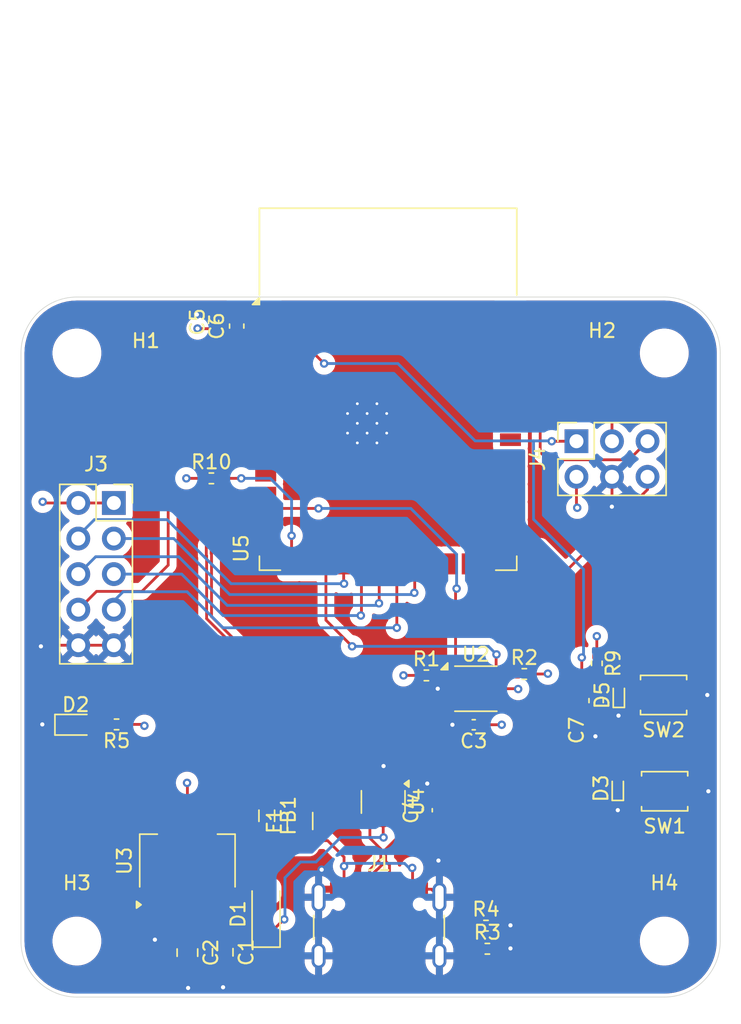
<source format=kicad_pcb>
(kicad_pcb (version 20241229) (generator "pcbnew") (generator_version "9.0")
  (layers (0 "F.Cu" signal) (4 "In1.Cu" power) (6 "In2.Cu" power) (2 "B.Cu" signal) (13 "F.Paste" user) (15 "B.Paste" user) (5 "F.SilkS" user "F.Silkscreen") (7 "B.SilkS" user "B.Silkscreen") (1 "F.Mask" user) (3 "B.Mask" user) (25 "Edge.Cuts" user))
  (net 0 "")
  (net 1 "+5V")
  (net 2 "GND")
  (net 3 "+3.3V")
  (net 4 "/EN")
  (net 5 "Net-(D1-A)")
  (net 6 "Net-(D2-A)")
  (net 7 "/IO0")
  (net 8 "Net-(F1-Pad2)")
  (net 9 "Net-(F1-Pad1)")
  (net 10 "Net-(J1-CC2)")
  (net 11 "/D-")
  (net 12 "/D+")
  (net 15 "Net-(J1-CC1)")
  (net 16 "/reset")
  (net 17 "/mosi")
  (net 18 "/cs")
  (net 19 "/miso")
  (net 20 "/irq")
  (net 21 "/clk")
  (net 22 "/TX")
  (net 23 "/RX")
  (net 24 "/sda")
  (net 25 "/scl")
  (net 26 "Net-(U5-IO3)")
  (net 30 "/USB_D+")
  (net 31 "/USB_D-")
  (footprint "Capacitor_SMD:C_0402_1005Metric" (layer "F.Cu") (at 144.05 107.655 90)
    (property "Reference" "C4" (at 0 -1.16 90) (layer "F.SilkS"))
    (property "Value" "100n")
    (pad "1" smd roundrect (at -0.48 0 90) (size 0.56 0.62) (layers "F.Cu" "F.Mask" "F.Paste") (net 1 "+5V"))
    (pad "2" smd roundrect (at 0.48 0 90) (size 0.56 0.62) (layers "F.Cu" "F.Mask" "F.Paste") (net 2 "GND"))
  )
  (footprint "MountingHole:MountingHole_3.2mm_M3" (layer "F.Cu") (at 119 75)
    (property "Reference" "H1" (at 4.925 -0.875 0) (layer "F.SilkS"))
    (property "Value" "MountingHole")
    (pad "" np_thru_hole circle (at 0 0) (size 3.2 3.2) (drill 3.2) (layers "*.Cu" "*.Mask"))
  )
  (footprint "Fuse:Fuse_1206_3216Metric" (layer "F.Cu") (at 134.95 108.425 90)
    (property "Reference" "F1" (at 0 -1.83 90) (layer "F.SilkS"))
    (property "Value" "Polyfuse")
    (pad "1" smd roundrect (at -1.4 0 90) (size 1.25 1.75) (layers "F.Cu" "F.Mask" "F.Paste") (roundrect_rratio 0.2) (net 9 "Net-(F1-Pad1)"))
    (pad "2" smd roundrect (at 1.4 0 90) (size 1.25 1.75) (layers "F.Cu" "F.Mask" "F.Paste") (roundrect_rratio 0.2) (net 8 "Net-(F1-Pad2)"))
  )
  (footprint "Inductor_SMD:L_0805_2012Metric" (layer "F.Cu") (at 132.575 108.05 -90)
    (property "Reference" "FB1" (at 0 -1.55 90) (layer "F.SilkS"))
    (property "Value" "FerriteBead")
    (pad "1" smd roundrect (at -1.0625 0 270) (size 0.875 1.2) (layers "F.Cu" "F.Mask" "F.Paste") (net 8 "Net-(F1-Pad2)"))
    (pad "2" smd roundrect (at 1.0625 0 270) (size 0.875 1.2) (layers "F.Cu" "F.Mask" "F.Paste") (net 5 "Net-(D1-A)"))
  )
  (footprint "LED_SMD:LED_0603_1608Metric" (layer "F.Cu") (at 118.9125 101.55)
    (property "Reference" "D2" (at 0 -1.43 0) (layer "F.SilkS"))
    (property "Value" "LED")
    (pad "1" smd roundrect (at -0.7875 0) (size 0.875 0.95) (layers "F.Cu" "F.Mask" "F.Paste") (net 2 "GND"))
    (pad "2" smd roundrect (at 0.7875 0) (size 0.875 0.95) (layers "F.Cu" "F.Mask" "F.Paste") (net 6 "Net-(D2-A)"))
  )
  (footprint "Resistor_SMD:R_0402_1005Metric" (layer "F.Cu") (at 128.615 83.95)
    (property "Reference" "R10" (at 0 -1.17 0) (layer "F.SilkS"))
    (property "Value" "10k")
    (pad "1" smd roundrect (at -0.51 0) (size 0.54 0.64) (layers "F.Cu" "F.Mask" "F.Paste") (net 3 "+3.3V"))
    (pad "2" smd roundrect (at 0.51 0) (size 0.54 0.64) (layers "F.Cu" "F.Mask" "F.Paste") (net 26 "Net-(U5-IO3)"))
  )
  (footprint "Capacitor_SMD:C_0805_2012Metric" (layer "F.Cu") (at 129.425 117.8 -90)
    (property "Reference" "C1" (at 0 -1.68 90) (layer "F.SilkS"))
    (property "Value" "22uF")
    (pad "1" smd roundrect (at -0.95 0 270) (size 1 1.45) (layers "F.Cu" "F.Mask" "F.Paste") (net 1 "+5V"))
    (pad "2" smd roundrect (at 0.95 0 270) (size 1 1.45) (layers "F.Cu" "F.Mask" "F.Paste") (net 2 "GND"))
  )
  (footprint "Connector_USB:USB_C_Receptacle_GCT_USB4105-xx-A_16P_TopMnt_Horizontal" (layer "F.Cu") (at 140.6 116.975)
    (property "Reference" "J1" (at 0 -5.5 0) (layer "F.SilkS"))
    (property "Value" "USB_C")
    (pad "" np_thru_hole circle (at -2.89 -2.605) (size 0.65 0.65) (drill 0.65) (layers "F&B.Cu" "*.Mask"))
    (pad "" np_thru_hole circle (at 2.89 -2.605) (size 0.65 0.65) (drill 0.65) (layers "F&B.Cu" "*.Mask"))
    (pad "A1" smd roundrect (at -3.2 -3.68) (size 0.6 1.15) (layers "F.Cu" "F.Mask" "F.Paste") (net 2 "GND"))
    (pad "A4" smd roundrect (at -2.4 -3.68) (size 0.6 1.15) (layers "F.Cu" "F.Mask" "F.Paste") (net 9 "Net-(F1-Pad1)"))
    (pad "A5" smd roundrect (at -1.25 -3.68) (size 0.3 1.15) (layers "F.Cu" "F.Mask" "F.Paste") (net 15 "Net-(J1-CC1)"))
    (pad "A6" smd roundrect (at -0.25 -3.68) (size 0.3 1.15) (layers "F.Cu" "F.Mask" "F.Paste") (net 12 "/D+"))
    (pad "A7" smd roundrect (at 0.25 -3.68) (size 0.3 1.15) (layers "F.Cu" "F.Mask" "F.Paste") (net 11 "/D-"))
    (pad "A8" smd roundrect (at 1.25 -3.68) (size 0.3 1.15) (layers "F.Cu" "F.Mask" "F.Paste"))
    (pad "A9" smd roundrect (at 2.4 -3.68) (size 0.6 1.15) (layers "F.Cu" "F.Mask" "F.Paste") (net 9 "Net-(F1-Pad1)"))
    (pad "A12" smd roundrect (at 3.2 -3.68) (size 0.6 1.15) (layers "F.Cu" "F.Mask" "F.Paste") (net 2 "GND"))
    (pad "B1" smd roundrect (at 3.2 -3.68) (size 0.6 1.15) (layers "F.Cu" "F.Mask" "F.Paste") (net 2 "GND"))
    (pad "B4" smd roundrect (at 2.4 -3.68) (size 0.6 1.15) (layers "F.Cu" "F.Mask" "F.Paste") (net 9 "Net-(F1-Pad1)"))
    (pad "B5" smd roundrect (at 1.75 -3.68) (size 0.3 1.15) (layers "F.Cu" "F.Mask" "F.Paste") (net 10 "Net-(J1-CC2)"))
    (pad "B6" smd roundrect (at 0.75 -3.68) (size 0.3 1.15) (layers "F.Cu" "F.Mask" "F.Paste") (net 12 "/D+"))
    (pad "B7" smd roundrect (at -0.75 -3.68) (size 0.3 1.15) (layers "F.Cu" "F.Mask" "F.Paste") (net 11 "/D-"))
    (pad "B8" smd roundrect (at -1.75 -3.68) (size 0.3 1.15) (layers "F.Cu" "F.Mask" "F.Paste"))
    (pad "B9" smd roundrect (at -2.4 -3.68) (size 0.6 1.15) (layers "F.Cu" "F.Mask" "F.Paste") (net 9 "Net-(F1-Pad1)"))
    (pad "B12" smd roundrect (at -3.2 -3.68) (size 0.6 1.15) (layers "F.Cu" "F.Mask" "F.Paste") (net 2 "GND"))
    (pad "S1" thru_hole oval (at -4.32 -3.105) (size 1 2.1) (drill oval 0.6 1.7) (property pad_prop_heatsink) (layers "*.Cu" "*.Mask" "F.Paste") (net 2 "GND"))
    (pad "S1" thru_hole oval (at -4.32 1.075) (size 1 1.8) (drill oval 0.6 1.4) (property pad_prop_heatsink) (layers "*.Cu" "*.Mask" "F.Paste") (net 2 "GND"))
    (pad "S1" thru_hole oval (at 4.32 -3.105) (size 1 2.1) (drill oval 0.6 1.7) (property pad_prop_heatsink) (layers "*.Cu" "*.Mask" "F.Paste") (net 2 "GND"))
    (pad "S1" thru_hole oval (at 4.32 1.075) (size 1 1.8) (drill oval 0.6 1.4) (property pad_prop_heatsink) (layers "*.Cu" "*.Mask" "F.Paste") (net 2 "GND"))
  )
  (footprint "Resistor_SMD:R_0402_1005Metric" (layer "F.Cu") (at 156.175 97.165 -90)
    (property "Reference" "R9" (at 0 -1.17 90) (layer "F.SilkS"))
    (property "Value" "10k")
    (pad "1" smd roundrect (at -0.51 0 270) (size 0.54 0.64) (layers "F.Cu" "F.Mask" "F.Paste") (net 3 "+3.3V"))
    (pad "2" smd roundrect (at 0.51 0 270) (size 0.54 0.64) (layers "F.Cu" "F.Mask" "F.Paste") (net 4 "/EN"))
  )
  (footprint "Diode_SMD:D_SOD-123" (layer "F.Cu") (at 132.525 115.075 90)
    (property "Reference" "D1" (at 0 -2 90) (layer "F.SilkS"))
    (property "Value" "1N5817")
    (pad "1" smd roundrect (at -1.65 0 90) (size 0.9 1.2) (layers "F.Cu" "F.Mask" "F.Paste") (net 1 "+5V"))
    (pad "2" smd roundrect (at 1.65 0 90) (size 0.9 1.2) (layers "F.Cu" "F.Mask" "F.Paste") (net 5 "Net-(D1-A)"))
  )
  (footprint "Resistor_SMD:R_0402_1005Metric" (layer "F.Cu") (at 148.35 117.55)
    (property "Reference" "R3" (at 0 -1.17 0) (layer "F.SilkS"))
    (property "Value" "5.1k")
    (pad "1" smd roundrect (at -0.51 0) (size 0.54 0.64) (layers "F.Cu" "F.Mask" "F.Paste") (net 15 "Net-(J1-CC1)"))
    (pad "2" smd roundrect (at 0.51 0) (size 0.54 0.64) (layers "F.Cu" "F.Mask" "F.Paste") (net 2 "GND"))
  )
  (footprint "Capacitor_SMD:C_0603_1608Metric" (layer "F.Cu") (at 156.125 99.825 -90)
    (property "Reference" "C7" (at 2.125 1.4 90) (layer "F.SilkS"))
    (property "Value" "1u")
    (pad "1" smd roundrect (at -0.775 0 270) (size 0.9 0.95) (layers "F.Cu" "F.Mask" "F.Paste") (net 4 "/EN"))
    (pad "2" smd roundrect (at 0.775 0 270) (size 0.9 0.95) (layers "F.Cu" "F.Mask" "F.Paste") (net 2 "GND"))
  )
  (footprint "MountingHole:MountingHole_3.2mm_M3" (layer "F.Cu") (at 161 117)
    (property "Reference" "H4" (at 0 -4.15 0) (layer "F.SilkS"))
    (property "Value" "MountingHole")
    (pad "" np_thru_hole circle (at 0 0) (size 3.2 3.2) (drill 3.2) (layers "*.Cu" "*.Mask"))
  )
  (footprint "Button_Switch_SMD:SW_SPST_B3U-1000P" (layer "F.Cu") (at 160.95 99.425 180)
    (property "Reference" "SW2" (at 0 -2.5 0) (layer "F.SilkS"))
    (property "Value" "reset")
    (pad "1" smd rect (at -1.7 0 180) (size 0.9 1.7) (layers "F.Cu" "F.Mask" "F.Paste") (net 2 "GND"))
    (pad "2" smd rect (at 1.7 0 180) (size 0.9 1.7) (layers "F.Cu" "F.Mask" "F.Paste") (net 4 "/EN"))
  )
  (footprint "MountingHole:MountingHole_3.2mm_M3" (layer "F.Cu") (at 161 75)
    (property "Reference" "H2" (at -4.45 -1.6 0) (layer "F.SilkS"))
    (property "Value" "MountingHole")
    (pad "" np_thru_hole circle (at 0 0) (size 3.2 3.2) (drill 3.2) (layers "*.Cu" "*.Mask"))
  )
  (footprint "Resistor_SMD:R_0402_1005Metric" (layer "F.Cu") (at 143.99 98.025)
    (property "Reference" "R1" (at 0 -1.17 0) (layer "F.SilkS"))
    (property "Value" "2.2k")
    (pad "1" smd roundrect (at -0.51 0) (size 0.54 0.64) (layers "F.Cu" "F.Mask" "F.Paste") (net 3 "+3.3V"))
    (pad "2" smd roundrect (at 0.51 0) (size 0.54 0.64) (layers "F.Cu" "F.Mask" "F.Paste") (net 24 "/sda"))
  )
  (footprint "Capacitor_SMD:C_0402_1005Metric" (layer "F.Cu") (at 128.775 72.78 90)
    (property "Reference" "C5" (at 0 -1.16 90) (layer "F.SilkS"))
    (property "Value" "100n")
    (pad "1" smd roundrect (at -0.48 0 90) (size 0.56 0.62) (layers "F.Cu" "F.Mask" "F.Paste") (net 3 "+3.3V"))
    (pad "2" smd roundrect (at 0.48 0 90) (size 0.56 0.62) (layers "F.Cu" "F.Mask" "F.Paste") (net 2 "GND"))
  )
  (footprint "Package_DFN_QFN:DFN-6-1EP_3x3mm_P1mm_EP1.5x2.4mm" (layer "F.Cu") (at 147.525 98.975)
    (property "Reference" "U2" (at 0 -2.45 0) (layer "F.SilkS"))
    (property "Value" "H&T sensor")
    (pad "1" smd roundrect (at -1.45 -1) (size 0.8 0.4) (layers "F.Cu" "F.Mask" "F.Paste") (net 24 "/sda"))
    (pad "2" smd roundrect (at -1.45 0) (size 0.8 0.4) (layers "F.Cu" "F.Mask" "F.Paste") (net 2 "GND"))
    (pad "3" smd roundrect (at -1.45 1) (size 0.8 0.4) (layers "F.Cu" "F.Mask" "F.Paste"))
    (pad "4" smd roundrect (at 1.45 1) (size 0.8 0.4) (layers "F.Cu" "F.Mask" "F.Paste"))
    (pad "5" smd roundrect (at 1.45 0) (size 0.8 0.4) (layers "F.Cu" "F.Mask" "F.Paste") (net 3 "+3.3V"))
    (pad "6" smd roundrect (at 1.45 -1) (size 0.8 0.4) (layers "F.Cu" "F.Mask" "F.Paste") (net 25 "/scl"))
    (pad "7" smd rect (at 0 0) (size 1.5 2.4) (property pad_prop_heatsink) (layers "F.Cu" "F.Mask"))
  )
  (footprint "Resistor_SMD:R_0402_1005Metric" (layer "F.Cu") (at 150.99 97.925)
    (property "Reference" "R2" (at 0 -1.17 0) (layer "F.SilkS"))
    (property "Value" "2.2k")
    (pad "1" smd roundrect (at -0.51 0) (size 0.54 0.64) (layers "F.Cu" "F.Mask" "F.Paste") (net 25 "/scl"))
    (pad "2" smd roundrect (at 0.51 0) (size 0.54 0.64) (layers "F.Cu" "F.Mask" "F.Paste") (net 3 "+3.3V"))
  )
  (footprint "Capacitor_SMD:C_0603_1608Metric" (layer "F.Cu") (at 130.425 73.075 90)
    (property "Reference" "C6" (at 0 -1.43 90) (layer "F.SilkS"))
    (property "Value" "10u")
    (pad "1" smd roundrect (at -0.775 0 90) (size 0.9 0.95) (layers "F.Cu" "F.Mask" "F.Paste") (net 3 "+3.3V"))
    (pad "2" smd roundrect (at 0.775 0 90) (size 0.9 0.95) (layers "F.Cu" "F.Mask" "F.Paste") (net 2 "GND"))
  )
  (footprint "Package_TO_SOT_SMD:SOT-223-3_TabPin2" (layer "F.Cu") (at 126.9 111.275 90)
    (property "Reference" "U3" (at 0 -4.5 90) (layer "F.SilkS"))
    (property "Value" "LDO")
    (pad "1" smd roundrect (at -3.15 -2.3 90) (size 2 1.5) (layers "F.Cu" "F.Mask" "F.Paste") (net 2 "GND"))
    (pad "2" smd roundrect (at -3.15 0 90) (size 2 1.5) (layers "F.Cu" "F.Mask" "F.Paste") (net 3 "+3.3V"))
    (pad "2" smd roundrect (at 3.15 0 90) (size 2 3.8) (layers "F.Cu" "F.Mask" "F.Paste") (net 3 "+3.3V"))
    (pad "3" smd roundrect (at -3.15 2.3 90) (size 2 1.5) (layers "F.Cu" "F.Mask" "F.Paste") (net 1 "+5V"))
  )
  (footprint "Capacitor_SMD:C_0402_1005Metric" (layer "F.Cu") (at 147.375 101.55 180)
    (property "Reference" "C3" (at 0 -1.16 0) (layer "F.SilkS"))
    (property "Value" "100n")
    (pad "1" smd roundrect (at -0.48 0 180) (size 0.56 0.62) (layers "F.Cu" "F.Mask" "F.Paste") (net 3 "+3.3V"))
    (pad "2" smd roundrect (at 0.48 0 180) (size 0.56 0.62) (layers "F.Cu" "F.Mask" "F.Paste") (net 2 "GND"))
  )
  (footprint "Connector_PinSocket_2.54mm:PinSocket_2x03_P2.54mm_Vertical" (layer "F.Cu") (at 154.72 81.3 90)
    (property "Reference" "J4" (at -1.27 -2.77 90) (layer "F.SilkS"))
    (property "Value" "uart conn")
    (pad "1" thru_hole rect (at 0 0 90) (size 1.7 1.7) (drill 1) (layers "*.Cu" "*.Mask") (net 4 "/EN"))
    (pad "2" thru_hole circle (at -2.54 0 90) (size 1.7 1.7) (drill 1) (layers "*.Cu" "*.Mask") (net 3 "+3.3V"))
    (pad "3" thru_hole circle (at 0 2.54 90) (size 1.7 1.7) (drill 1) (layers "*.Cu" "*.Mask") (net 22 "/TX"))
    (pad "4" thru_hole circle (at -2.54 2.54 90) (size 1.7 1.7) (drill 1) (layers "*.Cu" "*.Mask") (net 2 "GND"))
    (pad "5" thru_hole circle (at 0 5.08 90) (size 1.7 1.7) (drill 1) (layers "*.Cu" "*.Mask") (net 23 "/RX"))
    (pad "6" thru_hole circle (at -2.54 5.08 90) (size 1.7 1.7) (drill 1) (layers "*.Cu" "*.Mask") (net 7 "/IO0"))
  )
  (footprint "Package_TO_SOT_SMD:SOT-23-6" (layer "F.Cu") (at 140.9 107.0625 -90)
    (property "Reference" "U4" (at 0 -2.4 90) (layer "F.SilkS"))
    (property "Value" "USBLC6-2SC6")
    (pad "1" smd roundrect (at -1.1375 -0.95 270) (size 1.325 0.6) (layers "F.Cu" "F.Mask" "F.Paste") (net 30 "/USB_D+"))
    (pad "2" smd roundrect (at -1.1375 0 270) (size 1.325 0.6) (layers "F.Cu" "F.Mask" "F.Paste") (net 2 "GND"))
    (pad "3" smd roundrect (at -1.1375 0.95 270) (size 1.325 0.6) (layers "F.Cu" "F.Mask" "F.Paste") (net 31 "/USB_D-"))
    (pad "4" smd roundrect (at 1.1375 0.95 270) (size 1.325 0.6) (layers "F.Cu" "F.Mask" "F.Paste") (net 11 "/D-"))
    (pad "5" smd roundrect (at 1.1375 0 270) (size 1.325 0.6) (layers "F.Cu" "F.Mask" "F.Paste") (net 1 "+5V"))
    (pad "6" smd roundrect (at 1.1375 -0.95 270) (size 1.325 0.6) (layers "F.Cu" "F.Mask" "F.Paste") (net 12 "/D+"))
  )
  (footprint "Button_Switch_SMD:SW_SPST_B3U-1000P" (layer "F.Cu") (at 161.025 106.3 180)
    (property "Reference" "SW1" (at 0 -2.5 0) (layer "F.SilkS"))
    (property "Value" "boot")
    (pad "1" smd rect (at -1.7 0 180) (size 0.9 1.7) (layers "F.Cu" "F.Mask" "F.Paste") (net 2 "GND"))
    (pad "2" smd rect (at 1.7 0 180) (size 0.9 1.7) (layers "F.Cu" "F.Mask" "F.Paste") (net 7 "/IO0"))
  )
  (footprint "Diode_SMD:D_SOD-923" (layer "F.Cu") (at 157.675 106.095 90)
    (property "Reference" "D3" (at 0 -1.2 90) (layer "F.SilkS"))
    (property "Value" "ESD3.3")
    (pad "1" smd roundrect (at -0.42 0 270) (size 0.36 0.25) (layers "F.Cu" "F.Mask" "F.Paste") (net 2 "GND"))
    (pad "2" smd roundrect (at 0.42 0 270) (size 0.36 0.25) (layers "F.Cu" "F.Mask" "F.Paste") (net 7 "/IO0"))
  )
  (footprint "Connector_PinSocket_2.54mm:PinSocket_2x05_P2.54mm_Vertical" (layer "F.Cu") (at 121.64 85.71)
    (property "Reference" "J3" (at -1.27 -2.77 0) (layer "F.SilkS"))
    (property "Value" "spi conn")
    (pad "1" thru_hole rect (at 0 0) (size 1.7 1.7) (drill 1) (layers "*.Cu" "*.Mask") (net 3 "+3.3V"))
    (pad "2" thru_hole circle (at -2.54 0) (size 1.7 1.7) (drill 1) (layers "*.Cu" "*.Mask") (net 3 "+3.3V"))
    (pad "3" thru_hole circle (at 0 2.54) (size 1.7 1.7) (drill 1) (layers "*.Cu" "*.Mask") (net 16 "/reset"))
    (pad "4" thru_hole circle (at -2.54 2.54) (size 1.7 1.7) (drill 1) (layers "*.Cu" "*.Mask") (net 18 "/cs"))
    (pad "5" thru_hole circle (at 0 5.08) (size 1.7 1.7) (drill 1) (layers "*.Cu" "*.Mask") (net 17 "/mosi"))
    (pad "6" thru_hole circle (at -2.54 5.08) (size 1.7 1.7) (drill 1) (layers "*.Cu" "*.Mask") (net 21 "/clk"))
    (pad "7" thru_hole circle (at 0 7.62) (size 1.7 1.7) (drill 1) (layers "*.Cu" "*.Mask") (net 19 "/miso"))
    (pad "8" thru_hole circle (at -2.54 7.62) (size 1.7 1.7) (drill 1) (layers "*.Cu" "*.Mask") (net 20 "/irq"))
    (pad "9" thru_hole circle (at 0 10.16) (size 1.7 1.7) (drill 1) (layers "*.Cu" "*.Mask") (net 2 "GND"))
    (pad "10" thru_hole circle (at -2.54 10.16) (size 1.7 1.7) (drill 1) (layers "*.Cu" "*.Mask") (net 2 "GND"))
  )
  (footprint "Diode_SMD:D_SOD-923" (layer "F.Cu") (at 157.75 99.4525 90)
    (property "Reference" "D5" (at 0 -1.2 90) (layer "F.SilkS"))
    (property "Value" "ESD3.3")
    (pad "1" smd roundrect (at -0.42 0 270) (size 0.36 0.25) (layers "F.Cu" "F.Mask" "F.Paste") (net 2 "GND"))
    (pad "2" smd roundrect (at 0.42 0 270) (size 0.36 0.25) (layers "F.Cu" "F.Mask" "F.Paste") (net 4 "/EN"))
  )
  (footprint "Capacitor_SMD:C_0805_2012Metric" (layer "F.Cu") (at 126.9 117.825 -90)
    (property "Reference" "C2" (at 0 -1.68 90) (layer "F.SilkS"))
    (property "Value" "22uF")
    (pad "1" smd roundrect (at -0.95 0 270) (size 1 1.45) (layers "F.Cu" "F.Mask" "F.Paste") (net 3 "+3.3V"))
    (pad "2" smd roundrect (at 0.95 0 270) (size 1 1.45) (layers "F.Cu" "F.Mask" "F.Paste") (net 2 "GND"))
  )
  (footprint "MountingHole:MountingHole_3.2mm_M3" (layer "F.Cu") (at 119 117)
    (property "Reference" "H3" (at 0 -4.15 0) (layer "F.SilkS"))
    (property "Value" "MountingHole")
    (pad "" np_thru_hole circle (at 0 0) (size 3.2 3.2) (drill 3.2) (layers "*.Cu" "*.Mask"))
  )
  (footprint "RF_Module:ESP32-S3-WROOM-1" (layer "F.Cu") (at 141.25 77.56)
    (property "Reference" "U5" (at -10.5 11.4 90) (layer "F.SilkS"))
    (property "Value" "esp")
    (pad "1" smd rect (at -8.75 -5.26) (size 1.5 0.9) (layers "F.Cu" "F.Mask" "F.Paste") (net 2 "GND"))
    (pad "2" smd rect (at -8.75 -3.99) (size 1.5 0.9) (layers "F.Cu" "F.Mask" "F.Paste") (net 3 "+3.3V"))
    (pad "3" smd rect (at -8.75 -2.72) (size 1.5 0.9) (layers "F.Cu" "F.Mask" "F.Paste") (net 4 "/EN"))
    (pad "4" smd rect (at -8.75 -1.45) (size 1.5 0.9) (layers "F.Cu" "F.Mask" "F.Paste"))
    (pad "5" smd rect (at -8.75 -0.18) (size 1.5 0.9) (layers "F.Cu" "F.Mask" "F.Paste"))
    (pad "6" smd rect (at -8.75 1.09) (size 1.5 0.9) (layers "F.Cu" "F.Mask" "F.Paste"))
    (pad "7" smd rect (at -8.75 2.36) (size 1.5 0.9) (layers "F.Cu" "F.Mask" "F.Paste"))
    (pad "8" smd rect (at -8.75 3.63) (size 1.5 0.9) (layers "F.Cu" "F.Mask" "F.Paste") (net 20 "/irq"))
    (pad "9" smd rect (at -8.75 4.9) (size 1.5 0.9) (layers "F.Cu" "F.Mask" "F.Paste"))
    (pad "10" smd rect (at -8.75 6.17) (size 1.5 0.9) (layers "F.Cu" "F.Mask" "F.Paste"))
    (pad "11" smd rect (at -8.75 7.44) (size 1.5 0.9) (layers "F.Cu" "F.Mask" "F.Paste"))
    (pad "12" smd rect (at -8.75 8.71) (size 1.5 0.9) (layers "F.Cu" "F.Mask" "F.Paste") (net 24 "/sda"))
    (pad "13" smd rect (at -8.75 9.98) (size 1.5 0.9) (layers "F.Cu" "F.Mask" "F.Paste") (net 31 "/USB_D-"))
    (pad "14" smd rect (at -8.75 11.25 180) (size 1.5 0.9) (layers "F.Cu" "F.Mask" "F.Paste") (net 30 "/USB_D+"))
    (pad "15" smd rect (at -6.985 12.5 270) (size 1.5 0.9) (layers "F.Cu" "F.Mask" "F.Paste") (net 26 "Net-(U5-IO3)"))
    (pad "16" smd rect (at -5.715 12.5 270) (size 1.5 0.9) (layers "F.Cu" "F.Mask" "F.Paste"))
    (pad "17" smd rect (at -4.445 12.5 270) (size 1.5 0.9) (layers "F.Cu" "F.Mask" "F.Paste") (net 25 "/scl"))
    (pad "18" smd rect (at -3.175 12.5 270) (size 1.5 0.9) (layers "F.Cu" "F.Mask" "F.Paste") (net 18 "/cs"))
    (pad "19" smd rect (at -1.905 12.5 270) (size 1.5 0.9) (layers "F.Cu" "F.Mask" "F.Paste") (net 17 "/mosi"))
    (pad "20" smd rect (at -0.635 12.5 270) (size 1.5 0.9) (layers "F.Cu" "F.Mask" "F.Paste") (net 21 "/clk"))
    (pad "21" smd rect (at 0.635 12.5 270) (size 1.5 0.9) (layers "F.Cu" "F.Mask" "F.Paste") (net 19 "/miso"))
    (pad "22" smd rect (at 1.905 12.5 270) (size 1.5 0.9) (layers "F.Cu" "F.Mask" "F.Paste") (net 16 "/reset"))
    (pad "23" smd rect (at 3.175 12.5 270) (size 1.5 0.9) (layers "F.Cu" "F.Mask" "F.Paste"))
    (pad "24" smd rect (at 4.445 12.5 270) (size 1.5 0.9) (layers "F.Cu" "F.Mask" "F.Paste"))
    (pad "25" smd rect (at 5.715 12.5 270) (size 1.5 0.9) (layers "F.Cu" "F.Mask" "F.Paste"))
    (pad "26" smd rect (at 6.985 12.5 270) (size 1.5 0.9) (layers "F.Cu" "F.Mask" "F.Paste"))
    (pad "27" smd rect (at 8.75 11.25) (size 1.5 0.9) (layers "F.Cu" "F.Mask" "F.Paste") (net 7 "/IO0"))
    (pad "28" smd rect (at 8.75 9.98) (size 1.5 0.9) (layers "F.Cu" "F.Mask" "F.Paste"))
    (pad "29" smd rect (at 8.75 8.71) (size 1.5 0.9) (layers "F.Cu" "F.Mask" "F.Paste"))
    (pad "30" smd rect (at 8.75 7.44) (size 1.5 0.9) (layers "F.Cu" "F.Mask" "F.Paste"))
    (pad "31" smd rect (at 8.75 6.17) (size 1.5 0.9) (layers "F.Cu" "F.Mask" "F.Paste"))
    (pad "32" smd rect (at 8.75 4.9) (size 1.5 0.9) (layers "F.Cu" "F.Mask" "F.Paste"))
    (pad "33" smd rect (at 8.75 3.63) (size 1.5 0.9) (layers "F.Cu" "F.Mask" "F.Paste"))
    (pad "34" smd rect (at 8.75 2.36) (size 1.5 0.9) (layers "F.Cu" "F.Mask" "F.Paste"))
    (pad "35" smd rect (at 8.75 1.09) (size 1.5 0.9) (layers "F.Cu" "F.Mask" "F.Paste"))
    (pad "36" smd rect (at 8.75 -0.18) (size 1.5 0.9) (layers "F.Cu" "F.Mask" "F.Paste") (net 23 "/RX"))
    (pad "37" smd rect (at 8.75 -1.45) (size 1.5 0.9) (layers "F.Cu" "F.Mask" "F.Paste") (net 22 "/TX"))
    (pad "38" smd rect (at 8.75 -2.72) (size 1.5 0.9) (layers "F.Cu" "F.Mask" "F.Paste"))
    (pad "39" smd rect (at 8.75 -3.99) (size 1.5 0.9) (layers "F.Cu" "F.Mask" "F.Paste"))
    (pad "40" smd rect (at 8.75 -5.26) (size 1.5 0.9) (layers "F.Cu" "F.Mask" "F.Paste") (net 2 "GND"))
    (pad "41" thru_hole circle (at -2.9 1.76 90) (size 0.6 0.6) (drill 0.2) (property pad_prop_heatsink) (layers "*.Cu" "F.Mask") (net 2 "GND"))
    (pad "41" thru_hole circle (at -2.9 3.16) (size 0.6 0.6) (drill 0.2) (property pad_prop_heatsink) (layers "*.Cu" "F.Mask") (net 2 "GND"))
    (pad "41" thru_hole circle (at -2.2 1.06) (size 0.6 0.6) (drill 0.2) (property pad_prop_heatsink) (layers "*.Cu" "F.Mask") (net 2 "GND"))
    (pad "41" thru_hole circle (at -2.2 2.46) (size 0.6 0.6) (drill 0.2) (property pad_prop_heatsink) (layers "*.Cu" "F.Mask") (net 2 "GND"))
    (pad "41" thru_hole circle (at -2.2 3.86) (size 0.6 0.6) (drill 0.2) (property pad_prop_heatsink) (layers "*.Cu" "F.Mask") (net 2 "GND"))
    (pad "41" thru_hole circle (at -1.5 1.76) (size 0.6 0.6) (drill 0.2) (property pad_prop_heatsink) (layers "*.Cu" "F.Mask") (net 2 "GND"))
    (pad "41" smd rect (at -1.5 2.46 270) (size 3.9 3.9) (property pad_prop_heatsink) (layers "F.Cu" "F.Mask") (net 2 "GND"))
    (pad "41" thru_hole circle (at -1.5 3.16) (size 0.6 0.6) (drill 0.2) (property pad_prop_heatsink) (layers "*.Cu" "F.Mask") (net 2 "GND"))
    (pad "41" thru_hole circle (at -0.8 1.06) (size 0.6 0.6) (drill 0.2) (property pad_prop_heatsink) (layers "*.Cu" "F.Mask") (net 2 "GND"))
    (pad "41" thru_hole circle (at -0.8 2.46) (size 0.6 0.6) (drill 0.2) (property pad_prop_heatsink) (layers "*.Cu" "F.Mask") (net 2 "GND"))
    (pad "41" thru_hole circle (at -0.8 3.86) (size 0.6 0.6) (drill 0.2) (property pad_prop_heatsink) (layers "*.Cu" "F.Mask") (net 2 "GND"))
    (pad "41" thru_hole circle (at -0.1 1.76) (size 0.6 0.6) (drill 0.2) (property pad_prop_heatsink) (layers "*.Cu" "F.Mask") (net 2 "GND"))
    (pad "41" thru_hole circle (at -0.1 3.16) (size 0.6 0.6) (drill 0.2) (property pad_prop_heatsink) (layers "*.Cu" "F.Mask") (net 2 "GND"))
    (zone (net 0) (net_name "") (layers "F.Cu" "B.Cu" "In1.Cu" "In2.Cu") (connect_pads (clearance 0)) (min_thickness 0.254)
      (keepout (tracks not_allowed) (vias not_allowed) (pads not_allowed) (copperpour not_allowed) (footprints not_allowed))
      (fill (thermal_gap 0.508) (thermal_bridge_width 0.508))
      (polygon (pts (xy 117.25 70.81) (xy 165.25 70.81) (xy 165.25 49.81) (xy 117.25 49.81)))
    )
  )
  (footprint "Resistor_SMD:R_0402_1005Metric" (layer "F.Cu") (at 121.835 101.525 180)
    (property "Reference" "R5" (at 0 -1.17 0) (layer "F.SilkS"))
    (property "Value" "1k")
    (pad "1" smd roundrect (at -0.51 0 180) (size 0.54 0.64) (layers "F.Cu" "F.Mask" "F.Paste") (net 3 "+3.3V"))
    (pad "2" smd roundrect (at 0.51 0 180) (size 0.54 0.64) (layers "F.Cu" "F.Mask" "F.Paste") (net 6 "Net-(D2-A)"))
  )
  (footprint "Resistor_SMD:R_0402_1005Metric" (layer "F.Cu") (at 148.25 115.9)
    (property "Reference" "R4" (at 0 -1.17 0) (layer "F.SilkS"))
    (property "Value" "5.1k")
    (pad "1" smd roundrect (at -0.51 0) (size 0.54 0.64) (layers "F.Cu" "F.Mask" "F.Paste") (net 10 "Net-(J1-CC2)"))
    (pad "2" smd roundrect (at 0.51 0) (size 0.54 0.64) (layers "F.Cu" "F.Mask" "F.Paste") (net 2 "GND"))
  )
  (gr_line (start 119 71) (end 161 71) (stroke (width 0.05)) (layer "Edge.Cuts"))
  (gr_arc (start 161 71) (mid 163.828427 72.171573) (end 165 75) (stroke (width 0.05)) (layer "Edge.Cuts"))
  (gr_arc (start 165 117) (mid 163.828427 119.828427) (end 161 121) (stroke (width 0.05)) (layer "Edge.Cuts"))
  (gr_line (start 115 117) (end 115 75) (stroke (width 0.05)) (layer "Edge.Cuts"))
  (gr_arc (start 119 121) (mid 116.171573 119.828427) (end 115 117) (stroke (width 0.05)) (layer "Edge.Cuts"))
  (gr_arc (start 115 75) (mid 116.171573 72.171573) (end 119 71) (stroke (width 0.05)) (layer "Edge.Cuts"))
  (gr_line (start 165 75) (end 165 117) (stroke (width 0.05)) (layer "Edge.Cuts"))
  (gr_line (start 161 121) (end 119 121) (stroke (width 0.05)) (layer "Edge.Cuts"))
  (segment (start 129.425 116.85) (end 132.4 116.85) (width 0.2) (layer "F.Cu") (net 1))
  (segment (start 140.9 107.475) (end 140.9 108.2) (width 0.2) (layer "F.Cu") (net 1))
  (segment (start 129.2 116.625) (end 129.425 116.85) (width 0.2) (layer "F.Cu") (net 1))
  (segment (start 140.9 108.2) (end 140.9 109.575) (width 0.2) (layer "F.Cu") (net 1))
  (segment (start 144.05 108.135) (end 143.76 108.135) (width 0.2) (layer "F.Cu") (net 1))
  (segment (start 133.8 115.45) (end 132.525 116.725) (width 0.2) (layer "F.Cu") (net 1))
  (segment (start 140.9 109.575) (end 140.925 109.6) (width 0.2) (layer "F.Cu") (net 1))
  (segment (start 143.76 108.135) (end 142.8 107.175) (width 0.2) (layer "F.Cu") (net 1))
  (segment (start 132.4 116.85) (end 132.525 116.725) (width 0.2) (layer "F.Cu") (net 1))
  (segment (start 142.8 107.175) (end 141.2 107.175) (width 0.2) (layer "F.Cu") (net 1))
  (segment (start 133.825 115.45) (end 133.8 115.45) (width 0.2) (layer "F.Cu") (net 1))
  (segment (start 141.2 107.175) (end 140.9 107.475) (width 0.2) (layer "F.Cu") (net 1))
  (segment (start 129.2 114.425) (end 129.2 116.625) (width 0.2) (layer "F.Cu") (net 1))
  (via (at 133.825 115.45) (size 0.6) (drill 0.3) (layers "F.Cu" "B.Cu") (net 1))
  (via (at 140.925 109.6) (size 0.6) (drill 0.3) (layers "F.Cu" "B.Cu") (net 1))
  (segment (start 136.1 111.35) (end 135 111.35) (width 0.2) (layer "B.Cu") (net 1))
  (segment (start 140.925 109.6) (end 137.85 109.6) (width 0.2) (layer "B.Cu") (net 1))
  (segment (start 137.85 109.6) (end 136.1 111.35) (width 0.2) (layer "B.Cu") (net 1))
  (segment (start 133.875 115.4) (end 133.825 115.45) (width 0.2) (layer "B.Cu") (net 1))
  (segment (start 135 111.35) (end 133.875 112.475) (width 0.2) (layer "B.Cu") (net 1))
  (segment (start 133.875 112.475) (end 133.875 115.4) (width 0.2) (layer "B.Cu") (net 1))
  (segment (start 124.6 114.425) (end 124.575 114.45) (width 0.2) (layer "F.Cu") (net 2))
  (segment (start 148.86 117.55) (end 149.975 117.55) (width 0.2) (layer "F.Cu") (net 2))
  (segment (start 157.675 106.515) (end 157.675 107.65) (width 0.2) (layer "F.Cu") (net 2))
  (segment (start 162.65 99.425) (end 164.075 99.425) (width 0.2) (layer "F.Cu") (net 2))
  (segment (start 121.64 95.87) (end 119.1 95.87) (width 0.2) (layer "F.Cu") (net 2))
  (segment (start 129.425 118.75) (end 129.425 120.275) (width 0.2) (layer "F.Cu") (net 2))
  (segment (start 157.75 100.875) (end 157.725 100.9) (width 0.2) (layer "F.Cu") (net 2))
  (segment (start 126.9 118.775) (end 126.9 120.3) (width 0.2) (layer "F.Cu") (net 2))
  (segment (start 140.9 104.525) (end 140.925 104.5) (width 0.2) (layer "F.Cu") (net 2))
  (segment (start 137.4 112.8) (end 136.5 111.9) (width 0.2) (layer "F.Cu") (net 2))
  (segment (start 162.725 106.3) (end 164.15 106.3) (width 0.2) (layer "F.Cu") (net 2))
  (segment (start 148.76 115.9) (end 149.975 115.9) (width 0.2) (layer "F.Cu") (net 2))
  (segment (start 143.8 113.295) (end 144.345 113.295) (width 0.2) (layer "F.Cu") (net 2))
  (segment (start 129.425 120.275) (end 129.45 120.3) (width 0.2) (layer "F.Cu") (net 2))
  (segment (start 140.9 105.925) (end 140.9 104.525) (width 0.2) (layer "F.Cu") (net 2))
  (segment (start 157.75 99.8725) (end 157.75 100.875) (width 0.2) (layer "F.Cu") (net 2))
  (segment (start 146.895 101.55) (end 145.85 101.55) (width 0.2) (layer "F.Cu") (net 2))
  (segment (start 143.8 112.3) (end 144.85 111.25) (width 0.2) (layer "F.Cu") (net 2))
  (segment (start 137.4 113.295) (end 137.4 112.8) (width 0.2) (layer "F.Cu") (net 2))
  (segment (start 144.345 113.295) (end 144.92 113.87) (width 0.2) (layer "F.Cu") (net 2))
  (segment (start 146.075 98.975) (end 144.8 98.975) (width 0.2) (layer "F.Cu") (net 2))
  (segment (start 156.125 102.325) (end 156.075 102.375) (width 0.2) (layer "F.Cu") (net 2))
  (segment (start 156.125 100.6) (end 156.125 102.325) (width 0.2) (layer "F.Cu") (net 2))
  (segment (start 127.625 72.3) (end 127.575 72.25) (width 0.2) (layer "F.Cu") (net 2))
  (segment (start 116.55 101.55) (end 116.525 101.525) (width 0.2) (layer "F.Cu") (net 2))
  (segment (start 130.425 72.3) (end 128.775 72.3) (width 0.2) (layer "F.Cu") (net 2))
  (segment (start 124.575 114.45) (end 124.575 116.9) (width 0.2) (layer "F.Cu") (net 2))
  (segment (start 149.975 117.55) (end 150 117.525) (width 0.2) (layer "F.Cu") (net 2))
  (segment (start 137.4 113.295) (end 136.855 113.295) (width 0.2) (layer "F.Cu") (net 2))
  (segment (start 144.05 107.175) (end 144.05 105.75) (width 0.2) (layer "F.Cu") (net 2))
  (segment (start 119.1 95.87) (end 116.505 95.87) (width 0.2) (layer "F.Cu") (net 2))
  (segment (start 126.9 120.3) (end 126.95 120.35) (width 0.2) (layer "F.Cu") (net 2))
  (segment (start 149.975 115.9) (end 150 115.875) (width 0.2) (layer "F.Cu") (net 2))
  (segment (start 157.26 83.84) (end 157.26 85.965) (width 0.2) (layer "F.Cu") (net 2))
  (segment (start 143.8 113.295) (end 143.8 112.3) (width 0.2) (layer "F.Cu") (net 2))
  (segment (start 116.505 95.87) (end 116.425 95.95) (width 0.2) (layer "F.Cu") (net 2))
  (segment (start 128.775 72.3) (end 127.625 72.3) (width 0.2) (layer "F.Cu") (net 2))
  (segment (start 157.26 85.965) (end 157.25 85.975) (width 0.2) (layer "F.Cu") (net 2))
  (segment (start 136.855 113.295) (end 136.28 113.87) (width 0.2) (layer "F.Cu") (net 2))
  (segment (start 132.5 72.3) (end 130.425 72.3) (width 0.2) (layer "F.Cu") (net 2))
  (segment (start 118.125 101.55) (end 116.55 101.55) (width 0.2) (layer "F.Cu") (net 2))
  (via (at 126.95 120.35) (size 0.6) (drill 0.3) (layers "F.Cu" "B.Cu") (net 2))
  (via (at 157.675 107.65) (size 0.6) (drill 0.3) (layers "F.Cu" "B.Cu") (net 2))
  (via (at 116.525 101.525) (size 0.6) (drill 0.3) (layers "F.Cu" "B.Cu") (net 2))
  (via (at 116.425 95.95) (size 0.6) (drill 0.3) (layers "F.Cu" "B.Cu") (net 2))
  (via (at 164.075 99.425) (size 0.6) (drill 0.3) (layers "F.Cu" "B.Cu") (net 2))
  (via (at 156.075 102.375) (size 0.6) (drill 0.3) (layers "F.Cu" "B.Cu") (net 2))
  (via (at 129.45 120.3) (size 0.6) (drill 0.3) (layers "F.Cu" "B.Cu") (net 2))
  (via (at 136.5 111.9) (size 0.6) (drill 0.3) (layers "F.Cu" "B.Cu") (net 2))
  (via (at 144.8 98.975) (size 0.6) (drill 0.3) (layers "F.Cu" "B.Cu") (net 2))
  (via (at 157.25 85.975) (size 0.6) (drill 0.3) (layers "F.Cu" "B.Cu") (net 2))
  (via (at 144.85 111.25) (size 0.6) (drill 0.3) (layers "F.Cu" "B.Cu") (net 2))
  (via (at 145.85 101.55) (size 0.6) (drill 0.3) (layers "F.Cu" "B.Cu") (net 2))
  (via (at 157.725 100.9) (size 0.6) (drill 0.3) (layers "F.Cu" "B.Cu") (net 2))
  (via (at 150 115.875) (size 0.6) (drill 0.3) (layers "F.Cu" "B.Cu") (net 2))
  (via (at 144.05 105.75) (size 0.6) (drill 0.3) (layers "F.Cu" "B.Cu") (net 2))
  (via (at 164.15 106.3) (size 0.6) (drill 0.3) (layers "F.Cu" "B.Cu") (net 2))
  (via (at 140.925 104.5) (size 0.6) (drill 0.3) (layers "F.Cu" "B.Cu") (net 2))
  (via (at 127.575 72.25) (size 0.6) (drill 0.3) (layers "F.Cu" "B.Cu") (net 2))
  (via (at 150 117.525) (size 0.6) (drill 0.3) (layers "F.Cu" "B.Cu") (net 2))
  (via (at 124.575 116.9) (size 0.6) (drill 0.3) (layers "F.Cu" "B.Cu") (net 2))
  (segment (start 119.1 85.71) (end 116.635 85.71) (width 0.2) (layer "F.Cu") (net 3))
  (segment (start 150.525 98.975) (end 150.55 99) (width 0.2) (layer "F.Cu") (net 3))
  (segment (start 126.9 105.725) (end 126.875 105.7) (width 0.2) (layer "F.Cu") (net 3))
  (segment (start 148.975 98.975) (end 150.525 98.975) (width 0.2) (layer "F.Cu") (net 3))
  (segment (start 126.9 108.125) (end 126.9 114.425) (width 0.2) (layer "F.Cu") (net 3))
  (segment (start 127.635 73.26) (end 127.625 73.25) (width 0.2) (layer "F.Cu") (net 3))
  (segment (start 121.64 85.71) (end 119.1 85.71) (width 0.2) (layer "F.Cu") (net 3))
  (segment (start 123.725 101.525) (end 123.825 101.625) (width 0.2) (layer "F.Cu") (net 3))
  (segment (start 143.48 98.025) (end 142.35 98.025) (width 0.2) (layer "F.Cu") (net 3))
  (segment (start 128.105 83.95) (end 126.825 83.95) (width 0.2) (layer "F.Cu") (net 3))
  (segment (start 130.705 73.57) (end 130.425 73.85) (width 0.2) (layer "F.Cu") (net 3))
  (segment (start 126.9 116.875) (end 126.9 114.425) (width 0.2) (layer "F.Cu") (net 3))
  (segment (start 154.72 85.995) (end 154.775 86.05) (width 0.2) (layer "F.Cu") (net 3))
  (segment (start 154.72 83.84) (end 154.72 85.995) (width 0.2) (layer "F.Cu") (net 3))
  (segment (start 116.635 85.71) (end 116.55 85.625) (width 0.2) (layer "F.Cu") (net 3))
  (segment (start 126.9 108.125) (end 126.9 105.725) (width 0.2) (layer "F.Cu") (net 3))
  (segment (start 132.5 73.57) (end 130.705 73.57) (width 0.2) (layer "F.Cu") (net 3))
  (segment (start 147.855 101.55) (end 149.375 101.55) (width 0.2) (layer "F.Cu") (net 3))
  (segment (start 129.365 73.85) (end 128.775 73.26) (width 0.2) (layer "F.Cu") (net 3))
  (segment (start 130.425 73.85) (end 129.365 73.85) (width 0.2) (layer "F.Cu") (net 3))
  (segment (start 128.775 73.26) (end 127.635 73.26) (width 0.2) (layer "F.Cu") (net 3))
  (segment (start 122.345 101.525) (end 123.725 101.525) (width 0.2) (layer "F.Cu") (net 3))
  (segment (start 156.175 96.655) (end 156.175 95.225) (width 0.2) (layer "F.Cu") (net 3))
  (segment (start 152.65 97.925) (end 152.675 97.9) (width 0.2) (layer "F.Cu") (net 3))
  (segment (start 151.5 97.925) (end 152.65 97.925) (width 0.2) (layer "F.Cu") (net 3))
  (via (at 127.625 73.25) (size 0.6) (drill 0.3) (layers "F.Cu" "B.Cu") (net 3))
  (via (at 142.35 98.025) (size 0.6) (drill 0.3) (layers "F.Cu" "B.Cu") (net 3))
  (via (at 126.825 83.95) (size 0.6) (drill 0.3) (layers "F.Cu" "B.Cu") (net 3))
  (via (at 152.675 97.9) (size 0.6) (drill 0.3) (layers "F.Cu" "B.Cu") (net 3))
  (via (at 149.375 101.55) (size 0.6) (drill 0.3) (layers "F.Cu" "B.Cu") (net 3))
  (via (at 150.55 99) (size 0.6) (drill 0.3) (layers "F.Cu" "B.Cu") (net 3))
  (via (at 123.825 101.625) (size 0.6) (drill 0.3) (layers "F.Cu" "B.Cu") (net 3))
  (via (at 156.175 95.225) (size 0.6) (drill 0.3) (layers "F.Cu" "B.Cu") (net 3))
  (via (at 116.55 85.625) (size 0.6) (drill 0.3) (layers "F.Cu" "B.Cu") (net 3))
  (via (at 126.875 105.7) (size 0.6) (drill 0.3) (layers "F.Cu" "B.Cu") (net 3))
  (via (at 154.775 86.05) (size 0.6) (drill 0.3) (layers "F.Cu" "B.Cu") (net 3))
  (segment (start 155.1 96.75) (end 155.1 98.025) (width 0.2) (layer "F.Cu") (net 4))
  (segment (start 136.675 75.75) (end 135.765 74.84) (width 0.2) (layer "F.Cu") (net 4))
  (segment (start 152.95 81.3) (end 154.72 81.3) (width 0.2) (layer "F.Cu") (net 4))
  (segment (start 157.7325 99.05) (end 157.75 99.0325) (width 0.2) (layer "F.Cu") (net 4))
  (segment (start 156.175 97.675) (end 156.125 97.725) (width 0.2) (layer "F.Cu") (net 4))
  (segment (start 155.1 98.025) (end 156.125 99.05) (width 0.2) (layer "F.Cu") (net 4))
  (segment (start 156.125 97.725) (end 156.125 99.05) (width 0.2) (layer "F.Cu") (net 4))
  (segment (start 159.25 99.425) (end 158.8575 99.0325) (width 0.2) (layer "F.Cu") (net 4))
  (segment (start 156.125 99.05) (end 157.7325 99.05) (width 0.2) (layer "F.Cu") (net 4))
  (segment (start 158.8575 99.0325) (end 157.75 99.0325) (width 0.2) (layer "F.Cu") (net 4))
  (segment (start 135.765 74.84) (end 132.5 74.84) (width 0.2) (layer "F.Cu") (net 4))
  (via (at 152.95 81.3) (size 0.6) (drill 0.3) (layers "F.Cu" "B.Cu") (net 4))
  (via (at 155.1 96.75) (size 0.6) (drill 0.3) (layers "F.Cu" "B.Cu") (net 4))
  (via (at 136.675 75.75) (size 0.6) (drill 0.3) (layers "F.Cu" "B.Cu") (net 4))
  (segment (start 152.925 81.275) (end 151.65 81.275) (width 0.2) (layer "B.Cu") (net 4))
  (segment (start 151.65 81.275) (end 151.65 86.875) (width 0.2) (layer "B.Cu") (net 4))
  (segment (start 151.65 81.275) (end 147.475 81.275) (width 0.2) (layer "B.Cu") (net 4))
  (segment (start 152.95 81.3) (end 152.925 81.275) (width 0.2) (layer "B.Cu") (net 4))
  (segment (start 151.65 86.875) (end 155.225 90.45) (width 0.2) (layer "B.Cu") (net 4))
  (segment (start 155.225 96.625) (end 155.1 96.75) (width 0.2) (layer "B.Cu") (net 4))
  (segment (start 141.95 75.75) (end 136.675 75.75) (width 0.2) (layer "B.Cu") (net 4))
  (segment (start 155.225 90.45) (end 155.225 96.625) (width 0.2) (layer "B.Cu") (net 4))
  (segment (start 147.475 81.275) (end 141.95 75.75) (width 0.2) (layer "B.Cu") (net 4))
  (segment (start 132.575 109.1125) (end 132.575 113.375) (width 0.2) (layer "F.Cu") (net 5))
  (segment (start 132.575 113.375) (end 132.525 113.425) (width 0.2) (layer "F.Cu") (net 5))
  (segment (start 119.7 101.55) (end 121.3 101.55) (width 0.2) (layer "F.Cu") (net 6))
  (segment (start 121.3 101.55) (end 121.325 101.525) (width 0.2) (layer "F.Cu") (net 6))
  (segment (start 157.675 105.675) (end 158.7 105.675) (width 0.2) (layer "F.Cu") (net 7))
  (segment (start 157.675 105.675) (end 153.95 101.95) (width 0.2) (layer "F.Cu") (net 7))
  (segment (start 152.16 88.81) (end 150 88.81) (width 0.2) (layer "F.Cu") (net 7))
  (segment (start 159.8 84.75) (end 153.95 90.6) (width 0.2) (layer "F.Cu") (net 7))
  (segment (start 158.7 105.675) (end 159.325 106.3) (width 0.2) (layer "F.Cu") (net 7))
  (segment (start 153.95 90.6) (end 152.16 88.81) (width 0.2) (layer "F.Cu") (net 7))
  (segment (start 153.95 101.95) (end 153.95 90.6) (width 0.2) (layer "F.Cu") (net 7))
  (segment (start 159.8 83.84) (end 159.8 84.75) (width 0.2) (layer "F.Cu") (net 7))
  (segment (start 134.95 107.025) (end 132.6125 107.025) (width 0.2) (layer "F.Cu") (net 8))
  (segment (start 132.6125 107.025) (end 132.575 106.9875) (width 0.2) (layer "F.Cu") (net 8))
  (segment (start 143 113.295) (end 143 111.8) (width 0.2) (layer "F.Cu") (net 9))
  (segment (start 136.925 109.825) (end 138.1 111) (width 0.2) (layer "F.Cu") (net 9))
  (segment (start 138.1 111) (end 138.1 111.65) (width 0.2) (layer "F.Cu") (net 9))
  (segment (start 134.95 109.825) (end 136.925 109.825) (width 0.2) (layer "F.Cu") (net 9))
  (segment (start 138.1 113.195) (end 138.2 113.295) (width 0.2) (layer "F.Cu") (net 9))
  (segment (start 143 111.8) (end 142.975 111.775) (width 0.2) (layer "F.Cu") (net 9))
  (segment (start 138.1 111.65) (end 138.1 113.195) (width 0.2) (layer "F.Cu") (net 9))
  (via (at 138.1 111.65) (size 0.6) (drill 0.3) (layers "F.Cu" "B.Cu") (net 9))
  (via (at 142.975 111.775) (size 0.6) (drill 0.3) (layers "F.Cu" "B.Cu") (net 9))
  (segment (start 142.75 111.775) (end 142.425 111.45) (width 0.2) (layer "B.Cu") (net 9))
  (segment (start 142.425 111.45) (end 138.3 111.45) (width 0.2) (layer "B.Cu") (net 9))
  (segment (start 142.975 111.775) (end 142.75 111.775) (width 0.2) (layer "B.Cu") (net 9))
  (segment (start 138.3 111.45) (end 138.1 111.65) (width 0.2) (layer "B.Cu") (net 9))
  (segment (start 142.35 114.825) (end 142.35 113.295) (width 0.2) (layer "F.Cu") (net 10))
  (segment (start 142.425 114.9) (end 142.35 114.825) (width 0.2) (layer "F.Cu") (net 10))
  (segment (start 143.375 115.9) (end 142.425 114.95) (width 0.2) (layer "F.Cu") (net 10))
  (segment (start 142.425 114.95) (end 142.425 114.9) (width 0.2) (layer "F.Cu") (net 10))
  (segment (start 147.74 115.9) (end 143.375 115.9) (width 0.2) (layer "F.Cu") (net 10))
  (segment (start 139.85 113.295) (end 139.85 114.1) (width 0.2) (layer "F.Cu") (net 11))
  (segment (start 139.95 108.2) (end 139.95 109.65) (width 0.2) (layer "F.Cu") (net 11))
  (segment (start 140.125 114.375) (end 140.675 114.375) (width 0.2) (layer "F.Cu") (net 11))
  (segment (start 139.925 111.927512) (end 140.201256 111.651256) (width 0.2) (layer "F.Cu") (net 11))
  (segment (start 139.85 112.432499) (end 139.925 112.357499) (width 0.2) (layer "F.Cu") (net 11))
  (segment (start 140.85 114.2) (end 140.85 113.295) (width 0.2) (layer "F.Cu") (net 11))
  (segment (start 139.95 109.65) (end 140.725 110.425) (width 0.2) (layer "F.Cu") (net 11))
  (segment (start 140.725 111.152512) (end 140.201256 111.676256) (width 0.2) (layer "F.Cu") (net 11))
  (segment (start 139.85 113.295) (end 139.85 112.432499) (width 0.2) (layer "F.Cu") (net 11))
  (segment (start 140.725 110.425) (end 140.725 111.152512) (width 0.2) (layer "F.Cu") (net 11))
  (segment (start 139.925 112.357499) (end 139.925 111.927512) (width 0.2) (layer "F.Cu") (net 11))
  (segment (start 139.85 114.1) (end 140.125 114.375) (width 0.2) (layer "F.Cu") (net 11))
  (segment (start 140.675 114.375) (end 140.85 114.2) (width 0.2) (layer "F.Cu") (net 11))
  (segment (start 140.35 113.295) (end 140.35 112.432499) (width 0.2) (layer "F.Cu") (net 12))
  (segment (start 141.85 109.675) (end 141.075 110.45) (width 0.2) (layer "F.Cu") (net 12))
  (segment (start 140.35 112.432499) (end 140.275 112.357499) (width 0.2) (layer "F.Cu") (net 12))
  (segment (start 140.275 112.357499) (end 140.275 112.072488) (width 0.2) (layer "F.Cu") (net 12))
  (segment (start 141.075 111.297488) (end 140.448744 111.923744) (width 0.2) (layer "F.Cu") (net 12))
  (segment (start 140.275 112.072488) (end 140.448744 111.898744) (width 0.2) (layer "F.Cu") (net 12))
  (segment (start 141.35 111.572488) (end 141.075 111.297488) (width 0.2) (layer "F.Cu") (net 12))
  (segment (start 141.85 108.2) (end 141.85 109.675) (width 0.2) (layer "F.Cu") (net 12))
  (segment (start 141.35 113.295) (end 141.35 111.572488) (width 0.2) (layer "F.Cu") (net 12))
  (segment (start 141.075 110.45) (end 141.075 111.297488) (width 0.2) (layer "F.Cu") (net 12))
  (segment (start 139.35 115.45) (end 139.35 113.295) (width 0.2) (layer "F.Cu") (net 15))
  (segment (start 140.35 116.45) (end 139.35 115.45) (width 0.2) (layer "F.Cu") (net 15))
  (segment (start 146.74 116.45) (end 140.35 116.45) (width 0.2) (layer "F.Cu") (net 15))
  (segment (start 147.84 117.55) (end 146.74 116.45) (width 0.2) (layer "F.Cu") (net 15))
  (segment (start 143.155 90.06) (end 143.155 92.095) (width 0.2) (layer "F.Cu") (net 16))
  (segment (start 143.155 92.095) (end 143.125 92.125) (width 0.2) (layer "F.Cu") (net 16))
  (via (at 143.125 92.125) (size 0.6) (drill 0.3) (layers "F.Cu" "B.Cu") (net 16))
  (segment (start 129.925 92.25) (end 125.925 88.25) (width 0.2) (layer "B.Cu") (net 16))
  (segment (start 143.125 92.125) (end 143 92.25) (width 0.2) (layer "B.Cu") (net 16))
  (segment (start 125.925 88.25) (end 121.64 88.25) (width 0.2) (layer "B.Cu") (net 16))
  (segment (start 143 92.25) (end 129.925 92.25) (width 0.2) (layer "B.Cu") (net 16))
  (segment (start 139.345 90.06) (end 139.345 93.705) (width 0.2) (layer "F.Cu") (net 17))
  (segment (start 139.345 93.705) (end 139.3 93.75) (width 0.2) (layer "F.Cu") (net 17))
  (via (at 139.3 93.75) (size 0.6) (drill 0.3) (layers "F.Cu" "B.Cu") (net 17))
  (segment (start 129.45 93.75) (end 126.49 90.79) (width 0.2) (layer "B.Cu") (net 17))
  (segment (start 126.49 90.79) (end 121.64 90.79) (width 0.2) (layer "B.Cu") (net 17))
  (segment (start 139.3 93.75) (end 129.45 93.75) (width 0.2) (layer "B.Cu") (net 17))
  (segment (start 138.075 90.06) (end 138.075 91.45) (width 0.2) (layer "F.Cu") (net 18))
  (segment (start 138.075 91.45) (end 138.1 91.475) (width 0.2) (layer "F.Cu") (net 18))
  (via (at 138.1 91.475) (size 0.6) (drill 0.3) (layers "F.Cu" "B.Cu") (net 18))
  (segment (start 138.1 91.475) (end 130.025 91.475) (width 0.2) (layer "B.Cu") (net 18))
  (segment (start 125.45 86.9) (end 120.25 86.9) (width 0.2) (layer "B.Cu") (net 18))
  (segment (start 130.025 91.475) (end 125.45 86.9) (width 0.2) (layer "B.Cu") (net 18))
  (segment (start 120.25 86.9) (end 119.1 88.05) (width 0.2) (layer "B.Cu") (net 18))
  (segment (start 119.1 88.05) (end 119.1 88.25) (width 0.2) (layer "B.Cu") (net 18))
  (segment (start 141.875 90.07) (end 141.875 94.625) (width 0.2) (layer "F.Cu") (net 19))
  (segment (start 141.885 90.06) (end 141.875 90.07) (width 0.2) (layer "F.Cu") (net 19))
  (via (at 141.875 94.625) (size 0.6) (drill 0.3) (layers "F.Cu" "B.Cu") (net 19))
  (segment (start 126.875 92.05) (end 122.3 92.05) (width 0.2) (layer "B.Cu") (net 19))
  (segment (start 121.64 92.71) (end 121.64 93.33) (width 0.2) (layer "B.Cu") (net 19))
  (segment (start 129.45 94.625) (end 126.875 92.05) (width 0.2) (layer "B.Cu") (net 19))
  (segment (start 141.875 94.625) (end 129.45 94.625) (width 0.2) (layer "B.Cu") (net 19))
  (segment (start 122.3 92.05) (end 121.64 92.71) (width 0.2) (layer "B.Cu") (net 19))
  (segment (start 125.525 90.15) (end 125.525 83.075) (width 0.2) (layer "F.Cu") (net 20))
  (segment (start 127.41 81.19) (end 132.5 81.19) (width 0.2) (layer "F.Cu") (net 20))
  (segment (start 119.1 93.33) (end 120.405 92.025) (width 0.2) (layer "F.Cu") (net 20))
  (segment (start 120.405 92.025) (end 123.65 92.025) (width 0.2) (layer "F.Cu") (net 20))
  (segment (start 125.525 83.075) (end 127.41 81.19) (width 0.2) (layer "F.Cu") (net 20))
  (segment (start 123.65 92.025) (end 125.525 90.15) (width 0.2) (layer "F.Cu") (net 20))
  (segment (start 140.615 90.06) (end 140.615 92.86) (width 0.2) (layer "F.Cu") (net 21))
  (segment (start 140.615 92.86) (end 140.6 92.875) (width 0.2) (layer "F.Cu") (net 21))
  (via (at 140.6 92.875) (size 0.6) (drill 0.3) (layers "F.Cu" "B.Cu") (net 21))
  (segment (start 120.34 89.55) (end 119.1 90.79) (width 0.2) (layer "B.Cu") (net 21))
  (segment (start 126.275 89.55) (end 120.34 89.55) (width 0.2) (layer "B.Cu") (net 21))
  (segment (start 129.75 93.025) (end 126.275 89.55) (width 0.2) (layer "B.Cu") (net 21))
  (segment (start 140.45 93.025) (end 129.75 93.025) (width 0.2) (layer "B.Cu") (net 21))
  (segment (start 140.6 92.875) (end 140.45 93.025) (width 0.2) (layer "B.Cu") (net 21))
  (segment (start 150.085 76.025) (end 150 76.11) (width 0.2) (layer "F.Cu") (net 22))
  (segment (start 157.26 81.3) (end 157.26 78.785) (width 0.2) (layer "F.Cu") (net 22))
  (segment (start 154.5 76.025) (end 150.085 76.025) (width 0.2) (layer "F.Cu") (net 22))
  (segment (start 157.26 78.785) (end 154.5 76.025) (width 0.2) (layer "F.Cu") (net 22))
  (segment (start 151.18 77.38) (end 150 77.38) (width 0.2) (layer "F.Cu") (net 23))
  (segment (start 158.475 82.625) (end 152.675 82.625) (width 0.2) (layer "F.Cu") (net 23))
  (segment (start 152.125 82.075) (end 152.125 78.325) (width 0.2) (layer "F.Cu") (net 23))
  (segment (start 159.8 81.3) (end 158.475 82.625) (width 0.2) (layer "F.Cu") (net 23))
  (segment (start 152.675 82.625) (end 152.125 82.075) (width 0.2) (layer "F.Cu") (net 23))
  (segment (start 152.125 78.325) (end 151.18 77.38) (width 0.2) (layer "F.Cu") (net 23))
  (segment (start 136.275 86.1) (end 132.67 86.1) (width 0.2) (layer "F.Cu") (net 24))
  (segment (start 146.025 98.025) (end 144.5 98.025) (width 0.2) (layer "F.Cu") (net 24))
  (segment (start 146.075 97.975) (end 146.025 98.025) (width 0.2) (layer "F.Cu") (net 24))
  (segment (start 146.075 97.975) (end 146.075 91.9) (width 0.2) (layer "F.Cu") (net 24))
  (segment (start 146.075 91.9) (end 146.15 91.825) (width 0.2) (layer "F.Cu") (net 24))
  (segment (start 132.67 86.1) (end 132.5 86.27) (width 0.2) (layer "F.Cu") (net 24))
  (via (at 146.15 91.825) (size 0.6) (drill 0.3) (layers "F.Cu" "B.Cu") (net 24))
  (via (at 136.275 86.1) (size 0.6) (drill 0.3) (layers "F.Cu" "B.Cu") (net 24))
  (segment (start 143.075 86.3) (end 142.875 86.1) (width 0.2) (layer "B.Cu") (net 24))
  (segment (start 146.15 91.825) (end 146.15 89.375) (width 0.2) (layer "B.Cu") (net 24))
  (segment (start 146.15 89.375) (end 143.075 86.3) (width 0.2) (layer "B.Cu") (net 24))
  (segment (start 142.875 86.1) (end 136.275 86.1) (width 0.2) (layer "B.Cu") (net 24))
  (segment (start 138.675 95.95) (end 136.805 94.08) (width 0.2) (layer "F.Cu") (net 25))
  (segment (start 148.975 97.975) (end 148.975 96.55) (width 0.2) (layer "F.Cu") (net 25))
  (segment (start 150.43 97.975) (end 150.48 97.925) (width 0.2) (layer "F.Cu") (net 25))
  (segment (start 148.975 97.975) (end 150.43 97.975) (width 0.2) (layer "F.Cu") (net 25))
  (segment (start 148.975 96.55) (end 149 96.525) (width 0.2) (layer "F.Cu") (net 25))
  (segment (start 136.805 94.08) (end 136.805 90.06) (width 0.2) (layer "F.Cu") (net 25))
  (via (at 149 96.525) (size 0.6) (drill 0.3) (layers "F.Cu" "B.Cu") (net 25))
  (via (at 138.675 95.95) (size 0.6) (drill 0.3) (layers "F.Cu" "B.Cu") (net 25))
  (segment (start 148.425 95.95) (end 138.675 95.95) (width 0.2) (layer "B.Cu") (net 25))
  (segment (start 149 96.525) (end 148.425 95.95) (width 0.2) (layer "B.Cu") (net 25))
  (segment (start 129.125 83.95) (end 130.75 83.95) (width 0.2) (layer "F.Cu") (net 26))
  (segment (start 134.35 89.975) (end 134.265 90.06) (width 0.2) (layer "F.Cu") (net 26))
  (segment (start 134.35 88.05) (end 134.35 89.975) (width 0.2) (layer "F.Cu") (net 26))
  (via (at 134.35 88.05) (size 0.6) (drill 0.3) (layers "F.Cu" "B.Cu") (net 26))
  (via (at 130.75 83.95) (size 0.6) (drill 0.3) (layers "F.Cu" "B.Cu") (net 26))
  (segment (start 132.825 83.95) (end 134.35 85.475) (width 0.2) (layer "B.Cu") (net 26))
  (segment (start 130.75 83.95) (end 132.825 83.95) (width 0.2) (layer "B.Cu") (net 26))
  (segment (start 134.35 85.475) (end 134.35 88.05) (width 0.2) (layer "B.Cu") (net 26))
  (segment (start 141.075 103.525) (end 141.85 104.3) (width 0.2) (layer "F.Cu") (net 30))
  (segment (start 129.122488 88.35) (end 128.6 88.872488) (width 0.2) (layer "F.Cu") (net 30))
  (segment (start 131.374999 88.81) (end 130.914999 88.35) (width 0.2) (layer "F.Cu") (net 30))
  (segment (start 128.6 89.325) (end 128.625 89.35) (width 0.2) (layer "F.Cu") (net 30))
  (segment (start 128.625 93.825) (end 132.3 97.5) (width 0.2) (layer "F.Cu") (net 30))
  (segment (start 141.075 101.027512) (end 141.075 103.525) (width 0.2) (layer "F.Cu") (net 30))
  (segment (start 141.85 104.3) (end 141.85 105.925) (width 0.2) (layer "F.Cu") (net 30))
  (segment (start 137.547488 97.5) (end 141.075 101.027512) (width 0.2) (layer "F.Cu") (net 30))
  (segment (start 128.625 89.35) (end 128.625 93.825) (width 0.2) (layer "F.Cu") (net 30))
  (segment (start 128.6 88.872488) (end 128.6 89.325) (width 0.2) (layer "F.Cu") (net 30))
  (segment (start 130.914999 88.35) (end 129.122488 88.35) (width 0.2) (layer "F.Cu") (net 30))
  (segment (start 132.3 97.5) (end 137.547488 97.5) (width 0.2) (layer "F.Cu") (net 30))
  (segment (start 132.5 88.81) (end 131.374999 88.81) (width 0.2) (layer "F.Cu") (net 30))
  (segment (start 137.402512 97.85) (end 140.725 101.172488) (width 0.2) (layer "F.Cu") (net 31))
  (segment (start 128.25 89.458938) (end 128.275 89.483938) (width 0.2) (layer "F.Cu") (net 31))
  (segment (start 140.725 101.172488) (end 140.725 103.55) (width 0.2) (layer "F.Cu") (net 31))
  (segment (start 128.275 93.969974) (end 132.155026 97.85) (width 0.2) (layer "F.Cu") (net 31))
  (segment (start 132.155026 97.85) (end 137.402512 97.85) (width 0.2) (layer "F.Cu") (net 31))
  (segment (start 128.275 89.483938) (end 128.275 93.969974) (width 0.2) (layer "F.Cu") (net 31))
  (segment (start 128.977512 88) (end 128.25 88.727512) (width 0.2) (layer "F.Cu") (net 31))
  (segment (start 132.5 87.54) (end 131.374999 87.54) (width 0.2) (layer "F.Cu") (net 31))
  (segment (start 130.914999 88) (end 128.977512 88) (width 0.2) (layer "F.Cu") (net 31))
  (segment (start 128.25 88.727512) (end 128.25 89.458938) (width 0.2) (layer "F.Cu") (net 31))
  (segment (start 140.725 103.55) (end 139.95 104.325) (width 0.2) (layer "F.Cu") (net 31))
  (segment (start 139.95 104.325) (end 139.95 105.925) (width 0.2) (layer "F.Cu") (net 31))
  (segment (start 131.374999 87.54) (end 130.914999 88) (width 0.2) (layer "F.Cu") (net 31))
  (zone (net 2) (net_name "GND") (layers "F.Cu" "B.Cu" "In1.Cu") (connect_pads (clearance 0.5)) (min_thickness 0.25) (fill yes (thermal_gap 0.5) (thermal_bridge_width 0.5))
    (polygon (pts (xy 113.75 69.475) (xy 113.8 84.8) (xy 113.5 102.3) (xy 113.9 117.7) (xy 117.35 122.225) (xy 136.325 122.925) (xy 155.725 122.35) (xy 164.475 121.325) (xy 166.2 116.625) (xy 166.25 108.825) (xy 166.5 77.975) (xy 166.25 72.85) (xy 160.3 69.7)))
  )
)
</source>
